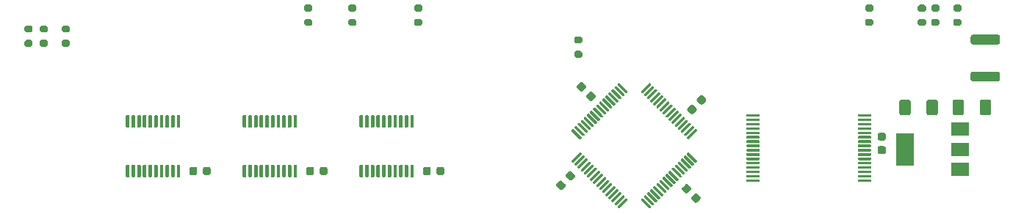
<source format=gtp>
G04 #@! TF.GenerationSoftware,KiCad,Pcbnew,6.0.11+dfsg-1~bpo11+1*
G04 #@! TF.CreationDate,2023-07-12T18:27:12+00:00*
G04 #@! TF.ProjectId,RIPPLE,52495050-4c45-42e6-9b69-6361645f7063,rev?*
G04 #@! TF.SameCoordinates,Original*
G04 #@! TF.FileFunction,Paste,Top*
G04 #@! TF.FilePolarity,Positive*
%FSLAX46Y46*%
G04 Gerber Fmt 4.6, Leading zero omitted, Abs format (unit mm)*
G04 Created by KiCad (PCBNEW 6.0.11+dfsg-1~bpo11+1) date 2023-07-12 18:27:12*
%MOMM*%
%LPD*%
G01*
G04 APERTURE LIST*
%ADD10R,2.000000X1.500000*%
%ADD11R,2.000000X3.800000*%
G04 APERTURE END LIST*
G36*
G01*
X111858400Y22042145D02*
X111858400Y23342145D01*
G75*
G02*
X112108400Y23592145I250000J0D01*
G01*
X112933400Y23592145D01*
G75*
G02*
X113183400Y23342145I0J-250000D01*
G01*
X113183400Y22042145D01*
G75*
G02*
X112933400Y21792145I-250000J0D01*
G01*
X112108400Y21792145D01*
G75*
G02*
X111858400Y22042145I0J250000D01*
G01*
G37*
G36*
G01*
X114983400Y22042145D02*
X114983400Y23342145D01*
G75*
G02*
X115233400Y23592145I250000J0D01*
G01*
X116058400Y23592145D01*
G75*
G02*
X116308400Y23342145I0J-250000D01*
G01*
X116308400Y22042145D01*
G75*
G02*
X116058400Y21792145I-250000J0D01*
G01*
X115233400Y21792145D01*
G75*
G02*
X114983400Y22042145I0J250000D01*
G01*
G37*
G36*
G01*
X48543800Y34559745D02*
X49093800Y34559745D01*
G75*
G02*
X49293800Y34359745I0J-200000D01*
G01*
X49293800Y33959745D01*
G75*
G02*
X49093800Y33759745I-200000J0D01*
G01*
X48543800Y33759745D01*
G75*
G02*
X48343800Y33959745I0J200000D01*
G01*
X48343800Y34359745D01*
G75*
G02*
X48543800Y34559745I200000J0D01*
G01*
G37*
G36*
G01*
X48543800Y32909745D02*
X49093800Y32909745D01*
G75*
G02*
X49293800Y32709745I0J-200000D01*
G01*
X49293800Y32309745D01*
G75*
G02*
X49093800Y32109745I-200000J0D01*
G01*
X48543800Y32109745D01*
G75*
G02*
X48343800Y32309745I0J200000D01*
G01*
X48343800Y32709745D01*
G75*
G02*
X48543800Y32909745I200000J0D01*
G01*
G37*
G36*
G01*
X56675972Y32109745D02*
X56125972Y32109745D01*
G75*
G02*
X55925972Y32309745I0J200000D01*
G01*
X55925972Y32709745D01*
G75*
G02*
X56125972Y32909745I200000J0D01*
G01*
X56675972Y32909745D01*
G75*
G02*
X56875972Y32709745I0J-200000D01*
G01*
X56875972Y32309745D01*
G75*
G02*
X56675972Y32109745I-200000J0D01*
G01*
G37*
G36*
G01*
X56675972Y33759745D02*
X56125972Y33759745D01*
G75*
G02*
X55925972Y33959745I0J200000D01*
G01*
X55925972Y34359745D01*
G75*
G02*
X56125972Y34559745I200000J0D01*
G01*
X56675972Y34559745D01*
G75*
G02*
X56875972Y34359745I0J-200000D01*
G01*
X56875972Y33959745D01*
G75*
G02*
X56675972Y33759745I-200000J0D01*
G01*
G37*
G36*
G01*
X56961972Y15101545D02*
X56961972Y15601545D01*
G75*
G02*
X57186972Y15826545I225000J0D01*
G01*
X57636972Y15826545D01*
G75*
G02*
X57861972Y15601545I0J-225000D01*
G01*
X57861972Y15101545D01*
G75*
G02*
X57636972Y14876545I-225000J0D01*
G01*
X57186972Y14876545D01*
G75*
G02*
X56961972Y15101545I0J225000D01*
G01*
G37*
G36*
G01*
X58511972Y15101545D02*
X58511972Y15601545D01*
G75*
G02*
X58736972Y15826545I225000J0D01*
G01*
X59186972Y15826545D01*
G75*
G02*
X59411972Y15601545I0J-225000D01*
G01*
X59411972Y15101545D01*
G75*
G02*
X59186972Y14876545I-225000J0D01*
G01*
X58736972Y14876545D01*
G75*
G02*
X58511972Y15101545I0J225000D01*
G01*
G37*
G36*
G01*
X118270800Y34559745D02*
X118820800Y34559745D01*
G75*
G02*
X119020800Y34359745I0J-200000D01*
G01*
X119020800Y33959745D01*
G75*
G02*
X118820800Y33759745I-200000J0D01*
G01*
X118270800Y33759745D01*
G75*
G02*
X118070800Y33959745I0J200000D01*
G01*
X118070800Y34359745D01*
G75*
G02*
X118270800Y34559745I200000J0D01*
G01*
G37*
G36*
G01*
X118270800Y32909745D02*
X118820800Y32909745D01*
G75*
G02*
X119020800Y32709745I0J-200000D01*
G01*
X119020800Y32309745D01*
G75*
G02*
X118820800Y32109745I-200000J0D01*
G01*
X118270800Y32109745D01*
G75*
G02*
X118070800Y32309745I0J200000D01*
G01*
X118070800Y32709745D01*
G75*
G02*
X118270800Y32909745I200000J0D01*
G01*
G37*
G36*
G01*
X15523800Y32146745D02*
X16073800Y32146745D01*
G75*
G02*
X16273800Y31946745I0J-200000D01*
G01*
X16273800Y31546745D01*
G75*
G02*
X16073800Y31346745I-200000J0D01*
G01*
X15523800Y31346745D01*
G75*
G02*
X15323800Y31546745I0J200000D01*
G01*
X15323800Y31946745D01*
G75*
G02*
X15523800Y32146745I200000J0D01*
G01*
G37*
G36*
G01*
X15523800Y30496745D02*
X16073800Y30496745D01*
G75*
G02*
X16273800Y30296745I0J-200000D01*
G01*
X16273800Y29896745D01*
G75*
G02*
X16073800Y29696745I-200000J0D01*
G01*
X15523800Y29696745D01*
G75*
G02*
X15323800Y29896745I0J200000D01*
G01*
X15323800Y30296745D01*
G75*
G02*
X15523800Y30496745I200000J0D01*
G01*
G37*
G36*
G01*
X108110800Y34559745D02*
X108660800Y34559745D01*
G75*
G02*
X108860800Y34359745I0J-200000D01*
G01*
X108860800Y33959745D01*
G75*
G02*
X108660800Y33759745I-200000J0D01*
G01*
X108110800Y33759745D01*
G75*
G02*
X107910800Y33959745I0J200000D01*
G01*
X107910800Y34359745D01*
G75*
G02*
X108110800Y34559745I200000J0D01*
G01*
G37*
G36*
G01*
X108110800Y32909745D02*
X108660800Y32909745D01*
G75*
G02*
X108860800Y32709745I0J-200000D01*
G01*
X108860800Y32309745D01*
G75*
G02*
X108660800Y32109745I-200000J0D01*
G01*
X108110800Y32109745D01*
G75*
G02*
X107910800Y32309745I0J200000D01*
G01*
X107910800Y32709745D01*
G75*
G02*
X108110800Y32909745I200000J0D01*
G01*
G37*
G36*
G01*
X28673772Y21814045D02*
X28873772Y21814045D01*
G75*
G02*
X28973772Y21714045I0J-100000D01*
G01*
X28973772Y20439045D01*
G75*
G02*
X28873772Y20339045I-100000J0D01*
G01*
X28673772Y20339045D01*
G75*
G02*
X28573772Y20439045I0J100000D01*
G01*
X28573772Y21714045D01*
G75*
G02*
X28673772Y21814045I100000J0D01*
G01*
G37*
G36*
G01*
X28023772Y21814045D02*
X28223772Y21814045D01*
G75*
G02*
X28323772Y21714045I0J-100000D01*
G01*
X28323772Y20439045D01*
G75*
G02*
X28223772Y20339045I-100000J0D01*
G01*
X28023772Y20339045D01*
G75*
G02*
X27923772Y20439045I0J100000D01*
G01*
X27923772Y21714045D01*
G75*
G02*
X28023772Y21814045I100000J0D01*
G01*
G37*
G36*
G01*
X27373772Y21814045D02*
X27573772Y21814045D01*
G75*
G02*
X27673772Y21714045I0J-100000D01*
G01*
X27673772Y20439045D01*
G75*
G02*
X27573772Y20339045I-100000J0D01*
G01*
X27373772Y20339045D01*
G75*
G02*
X27273772Y20439045I0J100000D01*
G01*
X27273772Y21714045D01*
G75*
G02*
X27373772Y21814045I100000J0D01*
G01*
G37*
G36*
G01*
X26723772Y21814045D02*
X26923772Y21814045D01*
G75*
G02*
X27023772Y21714045I0J-100000D01*
G01*
X27023772Y20439045D01*
G75*
G02*
X26923772Y20339045I-100000J0D01*
G01*
X26723772Y20339045D01*
G75*
G02*
X26623772Y20439045I0J100000D01*
G01*
X26623772Y21714045D01*
G75*
G02*
X26723772Y21814045I100000J0D01*
G01*
G37*
G36*
G01*
X26073772Y21814045D02*
X26273772Y21814045D01*
G75*
G02*
X26373772Y21714045I0J-100000D01*
G01*
X26373772Y20439045D01*
G75*
G02*
X26273772Y20339045I-100000J0D01*
G01*
X26073772Y20339045D01*
G75*
G02*
X25973772Y20439045I0J100000D01*
G01*
X25973772Y21714045D01*
G75*
G02*
X26073772Y21814045I100000J0D01*
G01*
G37*
G36*
G01*
X25423772Y21814045D02*
X25623772Y21814045D01*
G75*
G02*
X25723772Y21714045I0J-100000D01*
G01*
X25723772Y20439045D01*
G75*
G02*
X25623772Y20339045I-100000J0D01*
G01*
X25423772Y20339045D01*
G75*
G02*
X25323772Y20439045I0J100000D01*
G01*
X25323772Y21714045D01*
G75*
G02*
X25423772Y21814045I100000J0D01*
G01*
G37*
G36*
G01*
X24773772Y21814045D02*
X24973772Y21814045D01*
G75*
G02*
X25073772Y21714045I0J-100000D01*
G01*
X25073772Y20439045D01*
G75*
G02*
X24973772Y20339045I-100000J0D01*
G01*
X24773772Y20339045D01*
G75*
G02*
X24673772Y20439045I0J100000D01*
G01*
X24673772Y21714045D01*
G75*
G02*
X24773772Y21814045I100000J0D01*
G01*
G37*
G36*
G01*
X24123772Y21814045D02*
X24323772Y21814045D01*
G75*
G02*
X24423772Y21714045I0J-100000D01*
G01*
X24423772Y20439045D01*
G75*
G02*
X24323772Y20339045I-100000J0D01*
G01*
X24123772Y20339045D01*
G75*
G02*
X24023772Y20439045I0J100000D01*
G01*
X24023772Y21714045D01*
G75*
G02*
X24123772Y21814045I100000J0D01*
G01*
G37*
G36*
G01*
X23473772Y21814045D02*
X23673772Y21814045D01*
G75*
G02*
X23773772Y21714045I0J-100000D01*
G01*
X23773772Y20439045D01*
G75*
G02*
X23673772Y20339045I-100000J0D01*
G01*
X23473772Y20339045D01*
G75*
G02*
X23373772Y20439045I0J100000D01*
G01*
X23373772Y21714045D01*
G75*
G02*
X23473772Y21814045I100000J0D01*
G01*
G37*
G36*
G01*
X22823772Y21814045D02*
X23023772Y21814045D01*
G75*
G02*
X23123772Y21714045I0J-100000D01*
G01*
X23123772Y20439045D01*
G75*
G02*
X23023772Y20339045I-100000J0D01*
G01*
X22823772Y20339045D01*
G75*
G02*
X22723772Y20439045I0J100000D01*
G01*
X22723772Y21714045D01*
G75*
G02*
X22823772Y21814045I100000J0D01*
G01*
G37*
G36*
G01*
X22823772Y16089045D02*
X23023772Y16089045D01*
G75*
G02*
X23123772Y15989045I0J-100000D01*
G01*
X23123772Y14714045D01*
G75*
G02*
X23023772Y14614045I-100000J0D01*
G01*
X22823772Y14614045D01*
G75*
G02*
X22723772Y14714045I0J100000D01*
G01*
X22723772Y15989045D01*
G75*
G02*
X22823772Y16089045I100000J0D01*
G01*
G37*
G36*
G01*
X23473772Y16089045D02*
X23673772Y16089045D01*
G75*
G02*
X23773772Y15989045I0J-100000D01*
G01*
X23773772Y14714045D01*
G75*
G02*
X23673772Y14614045I-100000J0D01*
G01*
X23473772Y14614045D01*
G75*
G02*
X23373772Y14714045I0J100000D01*
G01*
X23373772Y15989045D01*
G75*
G02*
X23473772Y16089045I100000J0D01*
G01*
G37*
G36*
G01*
X24123772Y16089045D02*
X24323772Y16089045D01*
G75*
G02*
X24423772Y15989045I0J-100000D01*
G01*
X24423772Y14714045D01*
G75*
G02*
X24323772Y14614045I-100000J0D01*
G01*
X24123772Y14614045D01*
G75*
G02*
X24023772Y14714045I0J100000D01*
G01*
X24023772Y15989045D01*
G75*
G02*
X24123772Y16089045I100000J0D01*
G01*
G37*
G36*
G01*
X24773772Y16089045D02*
X24973772Y16089045D01*
G75*
G02*
X25073772Y15989045I0J-100000D01*
G01*
X25073772Y14714045D01*
G75*
G02*
X24973772Y14614045I-100000J0D01*
G01*
X24773772Y14614045D01*
G75*
G02*
X24673772Y14714045I0J100000D01*
G01*
X24673772Y15989045D01*
G75*
G02*
X24773772Y16089045I100000J0D01*
G01*
G37*
G36*
G01*
X25423772Y16089045D02*
X25623772Y16089045D01*
G75*
G02*
X25723772Y15989045I0J-100000D01*
G01*
X25723772Y14714045D01*
G75*
G02*
X25623772Y14614045I-100000J0D01*
G01*
X25423772Y14614045D01*
G75*
G02*
X25323772Y14714045I0J100000D01*
G01*
X25323772Y15989045D01*
G75*
G02*
X25423772Y16089045I100000J0D01*
G01*
G37*
G36*
G01*
X26073772Y16089045D02*
X26273772Y16089045D01*
G75*
G02*
X26373772Y15989045I0J-100000D01*
G01*
X26373772Y14714045D01*
G75*
G02*
X26273772Y14614045I-100000J0D01*
G01*
X26073772Y14614045D01*
G75*
G02*
X25973772Y14714045I0J100000D01*
G01*
X25973772Y15989045D01*
G75*
G02*
X26073772Y16089045I100000J0D01*
G01*
G37*
G36*
G01*
X26723772Y16089045D02*
X26923772Y16089045D01*
G75*
G02*
X27023772Y15989045I0J-100000D01*
G01*
X27023772Y14714045D01*
G75*
G02*
X26923772Y14614045I-100000J0D01*
G01*
X26723772Y14614045D01*
G75*
G02*
X26623772Y14714045I0J100000D01*
G01*
X26623772Y15989045D01*
G75*
G02*
X26723772Y16089045I100000J0D01*
G01*
G37*
G36*
G01*
X27373772Y16089045D02*
X27573772Y16089045D01*
G75*
G02*
X27673772Y15989045I0J-100000D01*
G01*
X27673772Y14714045D01*
G75*
G02*
X27573772Y14614045I-100000J0D01*
G01*
X27373772Y14614045D01*
G75*
G02*
X27273772Y14714045I0J100000D01*
G01*
X27273772Y15989045D01*
G75*
G02*
X27373772Y16089045I100000J0D01*
G01*
G37*
G36*
G01*
X28023772Y16089045D02*
X28223772Y16089045D01*
G75*
G02*
X28323772Y15989045I0J-100000D01*
G01*
X28323772Y14714045D01*
G75*
G02*
X28223772Y14614045I-100000J0D01*
G01*
X28023772Y14614045D01*
G75*
G02*
X27923772Y14714045I0J100000D01*
G01*
X27923772Y15989045D01*
G75*
G02*
X28023772Y16089045I100000J0D01*
G01*
G37*
G36*
G01*
X28673772Y16089045D02*
X28873772Y16089045D01*
G75*
G02*
X28973772Y15989045I0J-100000D01*
G01*
X28973772Y14714045D01*
G75*
G02*
X28873772Y14614045I-100000J0D01*
G01*
X28673772Y14614045D01*
G75*
G02*
X28573772Y14714045I0J100000D01*
G01*
X28573772Y15989045D01*
G75*
G02*
X28673772Y16089045I100000J0D01*
G01*
G37*
G36*
G01*
X115730800Y34559745D02*
X116280800Y34559745D01*
G75*
G02*
X116480800Y34359745I0J-200000D01*
G01*
X116480800Y33959745D01*
G75*
G02*
X116280800Y33759745I-200000J0D01*
G01*
X115730800Y33759745D01*
G75*
G02*
X115530800Y33959745I0J200000D01*
G01*
X115530800Y34359745D01*
G75*
G02*
X115730800Y34559745I200000J0D01*
G01*
G37*
G36*
G01*
X115730800Y32909745D02*
X116280800Y32909745D01*
G75*
G02*
X116480800Y32709745I0J-200000D01*
G01*
X116480800Y32309745D01*
G75*
G02*
X116280800Y32109745I-200000J0D01*
G01*
X115730800Y32109745D01*
G75*
G02*
X115530800Y32309745I0J200000D01*
G01*
X115530800Y32709745D01*
G75*
G02*
X115730800Y32909745I200000J0D01*
G01*
G37*
G36*
G01*
X74194271Y16345679D02*
X74088205Y16451745D01*
G75*
G02*
X74088205Y16557811I53033J53033D01*
G01*
X75025121Y17494727D01*
G75*
G02*
X75131187Y17494727I53033J-53033D01*
G01*
X75237253Y17388661D01*
G75*
G02*
X75237253Y17282595I-53033J-53033D01*
G01*
X74300337Y16345679D01*
G75*
G02*
X74194271Y16345679I-53033J53033D01*
G01*
G37*
G36*
G01*
X74547825Y15992126D02*
X74441759Y16098192D01*
G75*
G02*
X74441759Y16204258I53033J53033D01*
G01*
X75378675Y17141174D01*
G75*
G02*
X75484741Y17141174I53033J-53033D01*
G01*
X75590807Y17035108D01*
G75*
G02*
X75590807Y16929042I-53033J-53033D01*
G01*
X74653891Y15992126D01*
G75*
G02*
X74547825Y15992126I-53033J53033D01*
G01*
G37*
G36*
G01*
X74901378Y15638572D02*
X74795312Y15744638D01*
G75*
G02*
X74795312Y15850704I53033J53033D01*
G01*
X75732228Y16787620D01*
G75*
G02*
X75838294Y16787620I53033J-53033D01*
G01*
X75944360Y16681554D01*
G75*
G02*
X75944360Y16575488I-53033J-53033D01*
G01*
X75007444Y15638572D01*
G75*
G02*
X74901378Y15638572I-53033J53033D01*
G01*
G37*
G36*
G01*
X75254932Y15285019D02*
X75148866Y15391085D01*
G75*
G02*
X75148866Y15497151I53033J53033D01*
G01*
X76085782Y16434067D01*
G75*
G02*
X76191848Y16434067I53033J-53033D01*
G01*
X76297914Y16328001D01*
G75*
G02*
X76297914Y16221935I-53033J-53033D01*
G01*
X75360998Y15285019D01*
G75*
G02*
X75254932Y15285019I-53033J53033D01*
G01*
G37*
G36*
G01*
X75608485Y14931466D02*
X75502419Y15037532D01*
G75*
G02*
X75502419Y15143598I53033J53033D01*
G01*
X76439335Y16080514D01*
G75*
G02*
X76545401Y16080514I53033J-53033D01*
G01*
X76651467Y15974448D01*
G75*
G02*
X76651467Y15868382I-53033J-53033D01*
G01*
X75714551Y14931466D01*
G75*
G02*
X75608485Y14931466I-53033J53033D01*
G01*
G37*
G36*
G01*
X75962038Y14577912D02*
X75855972Y14683978D01*
G75*
G02*
X75855972Y14790044I53033J53033D01*
G01*
X76792888Y15726960D01*
G75*
G02*
X76898954Y15726960I53033J-53033D01*
G01*
X77005020Y15620894D01*
G75*
G02*
X77005020Y15514828I-53033J-53033D01*
G01*
X76068104Y14577912D01*
G75*
G02*
X75962038Y14577912I-53033J53033D01*
G01*
G37*
G36*
G01*
X76315592Y14224359D02*
X76209526Y14330425D01*
G75*
G02*
X76209526Y14436491I53033J53033D01*
G01*
X77146442Y15373407D01*
G75*
G02*
X77252508Y15373407I53033J-53033D01*
G01*
X77358574Y15267341D01*
G75*
G02*
X77358574Y15161275I-53033J-53033D01*
G01*
X76421658Y14224359D01*
G75*
G02*
X76315592Y14224359I-53033J53033D01*
G01*
G37*
G36*
G01*
X76669145Y13870806D02*
X76563079Y13976872D01*
G75*
G02*
X76563079Y14082938I53033J53033D01*
G01*
X77499995Y15019854D01*
G75*
G02*
X77606061Y15019854I53033J-53033D01*
G01*
X77712127Y14913788D01*
G75*
G02*
X77712127Y14807722I-53033J-53033D01*
G01*
X76775211Y13870806D01*
G75*
G02*
X76669145Y13870806I-53033J53033D01*
G01*
G37*
G36*
G01*
X77022699Y13517252D02*
X76916633Y13623318D01*
G75*
G02*
X76916633Y13729384I53033J53033D01*
G01*
X77853549Y14666300D01*
G75*
G02*
X77959615Y14666300I53033J-53033D01*
G01*
X78065681Y14560234D01*
G75*
G02*
X78065681Y14454168I-53033J-53033D01*
G01*
X77128765Y13517252D01*
G75*
G02*
X77022699Y13517252I-53033J53033D01*
G01*
G37*
G36*
G01*
X77376252Y13163699D02*
X77270186Y13269765D01*
G75*
G02*
X77270186Y13375831I53033J53033D01*
G01*
X78207102Y14312747D01*
G75*
G02*
X78313168Y14312747I53033J-53033D01*
G01*
X78419234Y14206681D01*
G75*
G02*
X78419234Y14100615I-53033J-53033D01*
G01*
X77482318Y13163699D01*
G75*
G02*
X77376252Y13163699I-53033J53033D01*
G01*
G37*
G36*
G01*
X77729805Y12810145D02*
X77623739Y12916211D01*
G75*
G02*
X77623739Y13022277I53033J53033D01*
G01*
X78560655Y13959193D01*
G75*
G02*
X78666721Y13959193I53033J-53033D01*
G01*
X78772787Y13853127D01*
G75*
G02*
X78772787Y13747061I-53033J-53033D01*
G01*
X77835871Y12810145D01*
G75*
G02*
X77729805Y12810145I-53033J53033D01*
G01*
G37*
G36*
G01*
X78083359Y12456592D02*
X77977293Y12562658D01*
G75*
G02*
X77977293Y12668724I53033J53033D01*
G01*
X78914209Y13605640D01*
G75*
G02*
X79020275Y13605640I53033J-53033D01*
G01*
X79126341Y13499574D01*
G75*
G02*
X79126341Y13393508I-53033J-53033D01*
G01*
X78189425Y12456592D01*
G75*
G02*
X78083359Y12456592I-53033J53033D01*
G01*
G37*
G36*
G01*
X78436912Y12103039D02*
X78330846Y12209105D01*
G75*
G02*
X78330846Y12315171I53033J53033D01*
G01*
X79267762Y13252087D01*
G75*
G02*
X79373828Y13252087I53033J-53033D01*
G01*
X79479894Y13146021D01*
G75*
G02*
X79479894Y13039955I-53033J-53033D01*
G01*
X78542978Y12103039D01*
G75*
G02*
X78436912Y12103039I-53033J53033D01*
G01*
G37*
G36*
G01*
X78790465Y11749485D02*
X78684399Y11855551D01*
G75*
G02*
X78684399Y11961617I53033J53033D01*
G01*
X79621315Y12898533D01*
G75*
G02*
X79727381Y12898533I53033J-53033D01*
G01*
X79833447Y12792467D01*
G75*
G02*
X79833447Y12686401I-53033J-53033D01*
G01*
X78896531Y11749485D01*
G75*
G02*
X78790465Y11749485I-53033J53033D01*
G01*
G37*
G36*
G01*
X79144019Y11395932D02*
X79037953Y11501998D01*
G75*
G02*
X79037953Y11608064I53033J53033D01*
G01*
X79974869Y12544980D01*
G75*
G02*
X80080935Y12544980I53033J-53033D01*
G01*
X80187001Y12438914D01*
G75*
G02*
X80187001Y12332848I-53033J-53033D01*
G01*
X79250085Y11395932D01*
G75*
G02*
X79144019Y11395932I-53033J53033D01*
G01*
G37*
G36*
G01*
X79497572Y11042378D02*
X79391506Y11148444D01*
G75*
G02*
X79391506Y11254510I53033J53033D01*
G01*
X80328422Y12191426D01*
G75*
G02*
X80434488Y12191426I53033J-53033D01*
G01*
X80540554Y12085360D01*
G75*
G02*
X80540554Y11979294I-53033J-53033D01*
G01*
X79603638Y11042378D01*
G75*
G02*
X79497572Y11042378I-53033J53033D01*
G01*
G37*
G36*
G01*
X83033106Y11042378D02*
X82096190Y11979294D01*
G75*
G02*
X82096190Y12085360I53033J53033D01*
G01*
X82202256Y12191426D01*
G75*
G02*
X82308322Y12191426I53033J-53033D01*
G01*
X83245238Y11254510D01*
G75*
G02*
X83245238Y11148444I-53033J-53033D01*
G01*
X83139172Y11042378D01*
G75*
G02*
X83033106Y11042378I-53033J53033D01*
G01*
G37*
G36*
G01*
X83386659Y11395932D02*
X82449743Y12332848D01*
G75*
G02*
X82449743Y12438914I53033J53033D01*
G01*
X82555809Y12544980D01*
G75*
G02*
X82661875Y12544980I53033J-53033D01*
G01*
X83598791Y11608064D01*
G75*
G02*
X83598791Y11501998I-53033J-53033D01*
G01*
X83492725Y11395932D01*
G75*
G02*
X83386659Y11395932I-53033J53033D01*
G01*
G37*
G36*
G01*
X83740213Y11749485D02*
X82803297Y12686401D01*
G75*
G02*
X82803297Y12792467I53033J53033D01*
G01*
X82909363Y12898533D01*
G75*
G02*
X83015429Y12898533I53033J-53033D01*
G01*
X83952345Y11961617D01*
G75*
G02*
X83952345Y11855551I-53033J-53033D01*
G01*
X83846279Y11749485D01*
G75*
G02*
X83740213Y11749485I-53033J53033D01*
G01*
G37*
G36*
G01*
X84093766Y12103039D02*
X83156850Y13039955D01*
G75*
G02*
X83156850Y13146021I53033J53033D01*
G01*
X83262916Y13252087D01*
G75*
G02*
X83368982Y13252087I53033J-53033D01*
G01*
X84305898Y12315171D01*
G75*
G02*
X84305898Y12209105I-53033J-53033D01*
G01*
X84199832Y12103039D01*
G75*
G02*
X84093766Y12103039I-53033J53033D01*
G01*
G37*
G36*
G01*
X84447319Y12456592D02*
X83510403Y13393508D01*
G75*
G02*
X83510403Y13499574I53033J53033D01*
G01*
X83616469Y13605640D01*
G75*
G02*
X83722535Y13605640I53033J-53033D01*
G01*
X84659451Y12668724D01*
G75*
G02*
X84659451Y12562658I-53033J-53033D01*
G01*
X84553385Y12456592D01*
G75*
G02*
X84447319Y12456592I-53033J53033D01*
G01*
G37*
G36*
G01*
X84800873Y12810145D02*
X83863957Y13747061D01*
G75*
G02*
X83863957Y13853127I53033J53033D01*
G01*
X83970023Y13959193D01*
G75*
G02*
X84076089Y13959193I53033J-53033D01*
G01*
X85013005Y13022277D01*
G75*
G02*
X85013005Y12916211I-53033J-53033D01*
G01*
X84906939Y12810145D01*
G75*
G02*
X84800873Y12810145I-53033J53033D01*
G01*
G37*
G36*
G01*
X85154426Y13163699D02*
X84217510Y14100615D01*
G75*
G02*
X84217510Y14206681I53033J53033D01*
G01*
X84323576Y14312747D01*
G75*
G02*
X84429642Y14312747I53033J-53033D01*
G01*
X85366558Y13375831D01*
G75*
G02*
X85366558Y13269765I-53033J-53033D01*
G01*
X85260492Y13163699D01*
G75*
G02*
X85154426Y13163699I-53033J53033D01*
G01*
G37*
G36*
G01*
X85507979Y13517252D02*
X84571063Y14454168D01*
G75*
G02*
X84571063Y14560234I53033J53033D01*
G01*
X84677129Y14666300D01*
G75*
G02*
X84783195Y14666300I53033J-53033D01*
G01*
X85720111Y13729384D01*
G75*
G02*
X85720111Y13623318I-53033J-53033D01*
G01*
X85614045Y13517252D01*
G75*
G02*
X85507979Y13517252I-53033J53033D01*
G01*
G37*
G36*
G01*
X85861533Y13870806D02*
X84924617Y14807722D01*
G75*
G02*
X84924617Y14913788I53033J53033D01*
G01*
X85030683Y15019854D01*
G75*
G02*
X85136749Y15019854I53033J-53033D01*
G01*
X86073665Y14082938D01*
G75*
G02*
X86073665Y13976872I-53033J-53033D01*
G01*
X85967599Y13870806D01*
G75*
G02*
X85861533Y13870806I-53033J53033D01*
G01*
G37*
G36*
G01*
X86215086Y14224359D02*
X85278170Y15161275D01*
G75*
G02*
X85278170Y15267341I53033J53033D01*
G01*
X85384236Y15373407D01*
G75*
G02*
X85490302Y15373407I53033J-53033D01*
G01*
X86427218Y14436491D01*
G75*
G02*
X86427218Y14330425I-53033J-53033D01*
G01*
X86321152Y14224359D01*
G75*
G02*
X86215086Y14224359I-53033J53033D01*
G01*
G37*
G36*
G01*
X86568640Y14577912D02*
X85631724Y15514828D01*
G75*
G02*
X85631724Y15620894I53033J53033D01*
G01*
X85737790Y15726960D01*
G75*
G02*
X85843856Y15726960I53033J-53033D01*
G01*
X86780772Y14790044D01*
G75*
G02*
X86780772Y14683978I-53033J-53033D01*
G01*
X86674706Y14577912D01*
G75*
G02*
X86568640Y14577912I-53033J53033D01*
G01*
G37*
G36*
G01*
X86922193Y14931466D02*
X85985277Y15868382D01*
G75*
G02*
X85985277Y15974448I53033J53033D01*
G01*
X86091343Y16080514D01*
G75*
G02*
X86197409Y16080514I53033J-53033D01*
G01*
X87134325Y15143598D01*
G75*
G02*
X87134325Y15037532I-53033J-53033D01*
G01*
X87028259Y14931466D01*
G75*
G02*
X86922193Y14931466I-53033J53033D01*
G01*
G37*
G36*
G01*
X87275746Y15285019D02*
X86338830Y16221935D01*
G75*
G02*
X86338830Y16328001I53033J53033D01*
G01*
X86444896Y16434067D01*
G75*
G02*
X86550962Y16434067I53033J-53033D01*
G01*
X87487878Y15497151D01*
G75*
G02*
X87487878Y15391085I-53033J-53033D01*
G01*
X87381812Y15285019D01*
G75*
G02*
X87275746Y15285019I-53033J53033D01*
G01*
G37*
G36*
G01*
X87629300Y15638572D02*
X86692384Y16575488D01*
G75*
G02*
X86692384Y16681554I53033J53033D01*
G01*
X86798450Y16787620D01*
G75*
G02*
X86904516Y16787620I53033J-53033D01*
G01*
X87841432Y15850704D01*
G75*
G02*
X87841432Y15744638I-53033J-53033D01*
G01*
X87735366Y15638572D01*
G75*
G02*
X87629300Y15638572I-53033J53033D01*
G01*
G37*
G36*
G01*
X87982853Y15992126D02*
X87045937Y16929042D01*
G75*
G02*
X87045937Y17035108I53033J53033D01*
G01*
X87152003Y17141174D01*
G75*
G02*
X87258069Y17141174I53033J-53033D01*
G01*
X88194985Y16204258D01*
G75*
G02*
X88194985Y16098192I-53033J-53033D01*
G01*
X88088919Y15992126D01*
G75*
G02*
X87982853Y15992126I-53033J53033D01*
G01*
G37*
G36*
G01*
X88336407Y16345679D02*
X87399491Y17282595D01*
G75*
G02*
X87399491Y17388661I53033J53033D01*
G01*
X87505557Y17494727D01*
G75*
G02*
X87611623Y17494727I53033J-53033D01*
G01*
X88548539Y16557811D01*
G75*
G02*
X88548539Y16451745I-53033J-53033D01*
G01*
X88442473Y16345679D01*
G75*
G02*
X88336407Y16345679I-53033J53033D01*
G01*
G37*
G36*
G01*
X87505557Y19050363D02*
X87399491Y19156429D01*
G75*
G02*
X87399491Y19262495I53033J53033D01*
G01*
X88336407Y20199411D01*
G75*
G02*
X88442473Y20199411I53033J-53033D01*
G01*
X88548539Y20093345D01*
G75*
G02*
X88548539Y19987279I-53033J-53033D01*
G01*
X87611623Y19050363D01*
G75*
G02*
X87505557Y19050363I-53033J53033D01*
G01*
G37*
G36*
G01*
X87152003Y19403916D02*
X87045937Y19509982D01*
G75*
G02*
X87045937Y19616048I53033J53033D01*
G01*
X87982853Y20552964D01*
G75*
G02*
X88088919Y20552964I53033J-53033D01*
G01*
X88194985Y20446898D01*
G75*
G02*
X88194985Y20340832I-53033J-53033D01*
G01*
X87258069Y19403916D01*
G75*
G02*
X87152003Y19403916I-53033J53033D01*
G01*
G37*
G36*
G01*
X86798450Y19757470D02*
X86692384Y19863536D01*
G75*
G02*
X86692384Y19969602I53033J53033D01*
G01*
X87629300Y20906518D01*
G75*
G02*
X87735366Y20906518I53033J-53033D01*
G01*
X87841432Y20800452D01*
G75*
G02*
X87841432Y20694386I-53033J-53033D01*
G01*
X86904516Y19757470D01*
G75*
G02*
X86798450Y19757470I-53033J53033D01*
G01*
G37*
G36*
G01*
X86444896Y20111023D02*
X86338830Y20217089D01*
G75*
G02*
X86338830Y20323155I53033J53033D01*
G01*
X87275746Y21260071D01*
G75*
G02*
X87381812Y21260071I53033J-53033D01*
G01*
X87487878Y21154005D01*
G75*
G02*
X87487878Y21047939I-53033J-53033D01*
G01*
X86550962Y20111023D01*
G75*
G02*
X86444896Y20111023I-53033J53033D01*
G01*
G37*
G36*
G01*
X86091343Y20464576D02*
X85985277Y20570642D01*
G75*
G02*
X85985277Y20676708I53033J53033D01*
G01*
X86922193Y21613624D01*
G75*
G02*
X87028259Y21613624I53033J-53033D01*
G01*
X87134325Y21507558D01*
G75*
G02*
X87134325Y21401492I-53033J-53033D01*
G01*
X86197409Y20464576D01*
G75*
G02*
X86091343Y20464576I-53033J53033D01*
G01*
G37*
G36*
G01*
X85737790Y20818130D02*
X85631724Y20924196D01*
G75*
G02*
X85631724Y21030262I53033J53033D01*
G01*
X86568640Y21967178D01*
G75*
G02*
X86674706Y21967178I53033J-53033D01*
G01*
X86780772Y21861112D01*
G75*
G02*
X86780772Y21755046I-53033J-53033D01*
G01*
X85843856Y20818130D01*
G75*
G02*
X85737790Y20818130I-53033J53033D01*
G01*
G37*
G36*
G01*
X85384236Y21171683D02*
X85278170Y21277749D01*
G75*
G02*
X85278170Y21383815I53033J53033D01*
G01*
X86215086Y22320731D01*
G75*
G02*
X86321152Y22320731I53033J-53033D01*
G01*
X86427218Y22214665D01*
G75*
G02*
X86427218Y22108599I-53033J-53033D01*
G01*
X85490302Y21171683D01*
G75*
G02*
X85384236Y21171683I-53033J53033D01*
G01*
G37*
G36*
G01*
X85030683Y21525236D02*
X84924617Y21631302D01*
G75*
G02*
X84924617Y21737368I53033J53033D01*
G01*
X85861533Y22674284D01*
G75*
G02*
X85967599Y22674284I53033J-53033D01*
G01*
X86073665Y22568218D01*
G75*
G02*
X86073665Y22462152I-53033J-53033D01*
G01*
X85136749Y21525236D01*
G75*
G02*
X85030683Y21525236I-53033J53033D01*
G01*
G37*
G36*
G01*
X84677129Y21878790D02*
X84571063Y21984856D01*
G75*
G02*
X84571063Y22090922I53033J53033D01*
G01*
X85507979Y23027838D01*
G75*
G02*
X85614045Y23027838I53033J-53033D01*
G01*
X85720111Y22921772D01*
G75*
G02*
X85720111Y22815706I-53033J-53033D01*
G01*
X84783195Y21878790D01*
G75*
G02*
X84677129Y21878790I-53033J53033D01*
G01*
G37*
G36*
G01*
X84323576Y22232343D02*
X84217510Y22338409D01*
G75*
G02*
X84217510Y22444475I53033J53033D01*
G01*
X85154426Y23381391D01*
G75*
G02*
X85260492Y23381391I53033J-53033D01*
G01*
X85366558Y23275325D01*
G75*
G02*
X85366558Y23169259I-53033J-53033D01*
G01*
X84429642Y22232343D01*
G75*
G02*
X84323576Y22232343I-53033J53033D01*
G01*
G37*
G36*
G01*
X83970023Y22585897D02*
X83863957Y22691963D01*
G75*
G02*
X83863957Y22798029I53033J53033D01*
G01*
X84800873Y23734945D01*
G75*
G02*
X84906939Y23734945I53033J-53033D01*
G01*
X85013005Y23628879D01*
G75*
G02*
X85013005Y23522813I-53033J-53033D01*
G01*
X84076089Y22585897D01*
G75*
G02*
X83970023Y22585897I-53033J53033D01*
G01*
G37*
G36*
G01*
X83616469Y22939450D02*
X83510403Y23045516D01*
G75*
G02*
X83510403Y23151582I53033J53033D01*
G01*
X84447319Y24088498D01*
G75*
G02*
X84553385Y24088498I53033J-53033D01*
G01*
X84659451Y23982432D01*
G75*
G02*
X84659451Y23876366I-53033J-53033D01*
G01*
X83722535Y22939450D01*
G75*
G02*
X83616469Y22939450I-53033J53033D01*
G01*
G37*
G36*
G01*
X83262916Y23293003D02*
X83156850Y23399069D01*
G75*
G02*
X83156850Y23505135I53033J53033D01*
G01*
X84093766Y24442051D01*
G75*
G02*
X84199832Y24442051I53033J-53033D01*
G01*
X84305898Y24335985D01*
G75*
G02*
X84305898Y24229919I-53033J-53033D01*
G01*
X83368982Y23293003D01*
G75*
G02*
X83262916Y23293003I-53033J53033D01*
G01*
G37*
G36*
G01*
X82909363Y23646557D02*
X82803297Y23752623D01*
G75*
G02*
X82803297Y23858689I53033J53033D01*
G01*
X83740213Y24795605D01*
G75*
G02*
X83846279Y24795605I53033J-53033D01*
G01*
X83952345Y24689539D01*
G75*
G02*
X83952345Y24583473I-53033J-53033D01*
G01*
X83015429Y23646557D01*
G75*
G02*
X82909363Y23646557I-53033J53033D01*
G01*
G37*
G36*
G01*
X82555809Y24000110D02*
X82449743Y24106176D01*
G75*
G02*
X82449743Y24212242I53033J53033D01*
G01*
X83386659Y25149158D01*
G75*
G02*
X83492725Y25149158I53033J-53033D01*
G01*
X83598791Y25043092D01*
G75*
G02*
X83598791Y24937026I-53033J-53033D01*
G01*
X82661875Y24000110D01*
G75*
G02*
X82555809Y24000110I-53033J53033D01*
G01*
G37*
G36*
G01*
X82202256Y24353664D02*
X82096190Y24459730D01*
G75*
G02*
X82096190Y24565796I53033J53033D01*
G01*
X83033106Y25502712D01*
G75*
G02*
X83139172Y25502712I53033J-53033D01*
G01*
X83245238Y25396646D01*
G75*
G02*
X83245238Y25290580I-53033J-53033D01*
G01*
X82308322Y24353664D01*
G75*
G02*
X82202256Y24353664I-53033J53033D01*
G01*
G37*
G36*
G01*
X80328422Y24353664D02*
X79391506Y25290580D01*
G75*
G02*
X79391506Y25396646I53033J53033D01*
G01*
X79497572Y25502712D01*
G75*
G02*
X79603638Y25502712I53033J-53033D01*
G01*
X80540554Y24565796D01*
G75*
G02*
X80540554Y24459730I-53033J-53033D01*
G01*
X80434488Y24353664D01*
G75*
G02*
X80328422Y24353664I-53033J53033D01*
G01*
G37*
G36*
G01*
X79974869Y24000110D02*
X79037953Y24937026D01*
G75*
G02*
X79037953Y25043092I53033J53033D01*
G01*
X79144019Y25149158D01*
G75*
G02*
X79250085Y25149158I53033J-53033D01*
G01*
X80187001Y24212242D01*
G75*
G02*
X80187001Y24106176I-53033J-53033D01*
G01*
X80080935Y24000110D01*
G75*
G02*
X79974869Y24000110I-53033J53033D01*
G01*
G37*
G36*
G01*
X79621315Y23646557D02*
X78684399Y24583473D01*
G75*
G02*
X78684399Y24689539I53033J53033D01*
G01*
X78790465Y24795605D01*
G75*
G02*
X78896531Y24795605I53033J-53033D01*
G01*
X79833447Y23858689D01*
G75*
G02*
X79833447Y23752623I-53033J-53033D01*
G01*
X79727381Y23646557D01*
G75*
G02*
X79621315Y23646557I-53033J53033D01*
G01*
G37*
G36*
G01*
X79267762Y23293003D02*
X78330846Y24229919D01*
G75*
G02*
X78330846Y24335985I53033J53033D01*
G01*
X78436912Y24442051D01*
G75*
G02*
X78542978Y24442051I53033J-53033D01*
G01*
X79479894Y23505135D01*
G75*
G02*
X79479894Y23399069I-53033J-53033D01*
G01*
X79373828Y23293003D01*
G75*
G02*
X79267762Y23293003I-53033J53033D01*
G01*
G37*
G36*
G01*
X78914209Y22939450D02*
X77977293Y23876366D01*
G75*
G02*
X77977293Y23982432I53033J53033D01*
G01*
X78083359Y24088498D01*
G75*
G02*
X78189425Y24088498I53033J-53033D01*
G01*
X79126341Y23151582D01*
G75*
G02*
X79126341Y23045516I-53033J-53033D01*
G01*
X79020275Y22939450D01*
G75*
G02*
X78914209Y22939450I-53033J53033D01*
G01*
G37*
G36*
G01*
X78560655Y22585897D02*
X77623739Y23522813D01*
G75*
G02*
X77623739Y23628879I53033J53033D01*
G01*
X77729805Y23734945D01*
G75*
G02*
X77835871Y23734945I53033J-53033D01*
G01*
X78772787Y22798029D01*
G75*
G02*
X78772787Y22691963I-53033J-53033D01*
G01*
X78666721Y22585897D01*
G75*
G02*
X78560655Y22585897I-53033J53033D01*
G01*
G37*
G36*
G01*
X78207102Y22232343D02*
X77270186Y23169259D01*
G75*
G02*
X77270186Y23275325I53033J53033D01*
G01*
X77376252Y23381391D01*
G75*
G02*
X77482318Y23381391I53033J-53033D01*
G01*
X78419234Y22444475D01*
G75*
G02*
X78419234Y22338409I-53033J-53033D01*
G01*
X78313168Y22232343D01*
G75*
G02*
X78207102Y22232343I-53033J53033D01*
G01*
G37*
G36*
G01*
X77853549Y21878790D02*
X76916633Y22815706D01*
G75*
G02*
X76916633Y22921772I53033J53033D01*
G01*
X77022699Y23027838D01*
G75*
G02*
X77128765Y23027838I53033J-53033D01*
G01*
X78065681Y22090922D01*
G75*
G02*
X78065681Y21984856I-53033J-53033D01*
G01*
X77959615Y21878790D01*
G75*
G02*
X77853549Y21878790I-53033J53033D01*
G01*
G37*
G36*
G01*
X77499995Y21525236D02*
X76563079Y22462152D01*
G75*
G02*
X76563079Y22568218I53033J53033D01*
G01*
X76669145Y22674284D01*
G75*
G02*
X76775211Y22674284I53033J-53033D01*
G01*
X77712127Y21737368D01*
G75*
G02*
X77712127Y21631302I-53033J-53033D01*
G01*
X77606061Y21525236D01*
G75*
G02*
X77499995Y21525236I-53033J53033D01*
G01*
G37*
G36*
G01*
X77146442Y21171683D02*
X76209526Y22108599D01*
G75*
G02*
X76209526Y22214665I53033J53033D01*
G01*
X76315592Y22320731D01*
G75*
G02*
X76421658Y22320731I53033J-53033D01*
G01*
X77358574Y21383815D01*
G75*
G02*
X77358574Y21277749I-53033J-53033D01*
G01*
X77252508Y21171683D01*
G75*
G02*
X77146442Y21171683I-53033J53033D01*
G01*
G37*
G36*
G01*
X76792888Y20818130D02*
X75855972Y21755046D01*
G75*
G02*
X75855972Y21861112I53033J53033D01*
G01*
X75962038Y21967178D01*
G75*
G02*
X76068104Y21967178I53033J-53033D01*
G01*
X77005020Y21030262D01*
G75*
G02*
X77005020Y20924196I-53033J-53033D01*
G01*
X76898954Y20818130D01*
G75*
G02*
X76792888Y20818130I-53033J53033D01*
G01*
G37*
G36*
G01*
X76439335Y20464576D02*
X75502419Y21401492D01*
G75*
G02*
X75502419Y21507558I53033J53033D01*
G01*
X75608485Y21613624D01*
G75*
G02*
X75714551Y21613624I53033J-53033D01*
G01*
X76651467Y20676708D01*
G75*
G02*
X76651467Y20570642I-53033J-53033D01*
G01*
X76545401Y20464576D01*
G75*
G02*
X76439335Y20464576I-53033J53033D01*
G01*
G37*
G36*
G01*
X76085782Y20111023D02*
X75148866Y21047939D01*
G75*
G02*
X75148866Y21154005I53033J53033D01*
G01*
X75254932Y21260071D01*
G75*
G02*
X75360998Y21260071I53033J-53033D01*
G01*
X76297914Y20323155D01*
G75*
G02*
X76297914Y20217089I-53033J-53033D01*
G01*
X76191848Y20111023D01*
G75*
G02*
X76085782Y20111023I-53033J53033D01*
G01*
G37*
G36*
G01*
X75732228Y19757470D02*
X74795312Y20694386D01*
G75*
G02*
X74795312Y20800452I53033J53033D01*
G01*
X74901378Y20906518D01*
G75*
G02*
X75007444Y20906518I53033J-53033D01*
G01*
X75944360Y19969602D01*
G75*
G02*
X75944360Y19863536I-53033J-53033D01*
G01*
X75838294Y19757470D01*
G75*
G02*
X75732228Y19757470I-53033J53033D01*
G01*
G37*
G36*
G01*
X75378675Y19403916D02*
X74441759Y20340832D01*
G75*
G02*
X74441759Y20446898I53033J53033D01*
G01*
X74547825Y20552964D01*
G75*
G02*
X74653891Y20552964I53033J-53033D01*
G01*
X75590807Y19616048D01*
G75*
G02*
X75590807Y19509982I-53033J-53033D01*
G01*
X75484741Y19403916D01*
G75*
G02*
X75378675Y19403916I-53033J53033D01*
G01*
G37*
G36*
G01*
X75025121Y19050363D02*
X74088205Y19987279D01*
G75*
G02*
X74088205Y20093345I53033J53033D01*
G01*
X74194271Y20199411D01*
G75*
G02*
X74300337Y20199411I53033J-53033D01*
G01*
X75237253Y19262495D01*
G75*
G02*
X75237253Y19156429I-53033J-53033D01*
G01*
X75131187Y19050363D01*
G75*
G02*
X75025121Y19050363I-53033J53033D01*
G01*
G37*
G36*
G01*
X11218116Y32146745D02*
X11768116Y32146745D01*
G75*
G02*
X11968116Y31946745I0J-200000D01*
G01*
X11968116Y31546745D01*
G75*
G02*
X11768116Y31346745I-200000J0D01*
G01*
X11218116Y31346745D01*
G75*
G02*
X11018116Y31546745I0J200000D01*
G01*
X11018116Y31946745D01*
G75*
G02*
X11218116Y32146745I200000J0D01*
G01*
G37*
G36*
G01*
X11218116Y30496745D02*
X11768116Y30496745D01*
G75*
G02*
X11968116Y30296745I0J-200000D01*
G01*
X11968116Y29896745D01*
G75*
G02*
X11768116Y29696745I-200000J0D01*
G01*
X11218116Y29696745D01*
G75*
G02*
X11018116Y29896745I0J200000D01*
G01*
X11018116Y30296745D01*
G75*
G02*
X11218116Y30496745I200000J0D01*
G01*
G37*
G36*
G01*
X74582572Y30874145D02*
X75132572Y30874145D01*
G75*
G02*
X75332572Y30674145I0J-200000D01*
G01*
X75332572Y30274145D01*
G75*
G02*
X75132572Y30074145I-200000J0D01*
G01*
X74582572Y30074145D01*
G75*
G02*
X74382572Y30274145I0J200000D01*
G01*
X74382572Y30674145D01*
G75*
G02*
X74582572Y30874145I200000J0D01*
G01*
G37*
G36*
G01*
X74582572Y29224145D02*
X75132572Y29224145D01*
G75*
G02*
X75332572Y29024145I0J-200000D01*
G01*
X75332572Y28624145D01*
G75*
G02*
X75132572Y28424145I-200000J0D01*
G01*
X74582572Y28424145D01*
G75*
G02*
X74382572Y28624145I0J200000D01*
G01*
X74382572Y29024145D01*
G75*
G02*
X74582572Y29224145I200000J0D01*
G01*
G37*
G36*
G01*
X122447172Y23342145D02*
X122447172Y22042145D01*
G75*
G02*
X122197172Y21792145I-250000J0D01*
G01*
X121372172Y21792145D01*
G75*
G02*
X121122172Y22042145I0J250000D01*
G01*
X121122172Y23342145D01*
G75*
G02*
X121372172Y23592145I250000J0D01*
G01*
X122197172Y23592145D01*
G75*
G02*
X122447172Y23342145I0J-250000D01*
G01*
G37*
G36*
G01*
X119322172Y23342145D02*
X119322172Y22042145D01*
G75*
G02*
X119072172Y21792145I-250000J0D01*
G01*
X118247172Y21792145D01*
G75*
G02*
X117997172Y22042145I0J250000D01*
G01*
X117997172Y23342145D01*
G75*
G02*
X118247172Y23592145I250000J0D01*
G01*
X119072172Y23592145D01*
G75*
G02*
X119322172Y23342145I0J-250000D01*
G01*
G37*
G36*
G01*
X114191400Y34559745D02*
X114741400Y34559745D01*
G75*
G02*
X114941400Y34359745I0J-200000D01*
G01*
X114941400Y33959745D01*
G75*
G02*
X114741400Y33759745I-200000J0D01*
G01*
X114191400Y33759745D01*
G75*
G02*
X113991400Y33959745I0J200000D01*
G01*
X113991400Y34359745D01*
G75*
G02*
X114191400Y34559745I200000J0D01*
G01*
G37*
G36*
G01*
X114191400Y32909745D02*
X114741400Y32909745D01*
G75*
G02*
X114941400Y32709745I0J-200000D01*
G01*
X114941400Y32309745D01*
G75*
G02*
X114741400Y32109745I-200000J0D01*
G01*
X114191400Y32109745D01*
G75*
G02*
X113991400Y32309745I0J200000D01*
G01*
X113991400Y32709745D01*
G75*
G02*
X114191400Y32909745I200000J0D01*
G01*
G37*
G36*
G01*
X123221572Y25707145D02*
X120321572Y25707145D01*
G75*
G02*
X120071572Y25957145I0J250000D01*
G01*
X120071572Y26582145D01*
G75*
G02*
X120321572Y26832145I250000J0D01*
G01*
X123221572Y26832145D01*
G75*
G02*
X123471572Y26582145I0J-250000D01*
G01*
X123471572Y25957145D01*
G75*
G02*
X123221572Y25707145I-250000J0D01*
G01*
G37*
G36*
G01*
X123221572Y29982145D02*
X120321572Y29982145D01*
G75*
G02*
X120071572Y30232145I0J250000D01*
G01*
X120071572Y30857145D01*
G75*
G02*
X120321572Y31107145I250000J0D01*
G01*
X123221572Y31107145D01*
G75*
G02*
X123471572Y30857145I0J-250000D01*
G01*
X123471572Y30232145D01*
G75*
G02*
X123221572Y29982145I-250000J0D01*
G01*
G37*
G36*
G01*
X42135772Y21814045D02*
X42335772Y21814045D01*
G75*
G02*
X42435772Y21714045I0J-100000D01*
G01*
X42435772Y20439045D01*
G75*
G02*
X42335772Y20339045I-100000J0D01*
G01*
X42135772Y20339045D01*
G75*
G02*
X42035772Y20439045I0J100000D01*
G01*
X42035772Y21714045D01*
G75*
G02*
X42135772Y21814045I100000J0D01*
G01*
G37*
G36*
G01*
X41485772Y21814045D02*
X41685772Y21814045D01*
G75*
G02*
X41785772Y21714045I0J-100000D01*
G01*
X41785772Y20439045D01*
G75*
G02*
X41685772Y20339045I-100000J0D01*
G01*
X41485772Y20339045D01*
G75*
G02*
X41385772Y20439045I0J100000D01*
G01*
X41385772Y21714045D01*
G75*
G02*
X41485772Y21814045I100000J0D01*
G01*
G37*
G36*
G01*
X40835772Y21814045D02*
X41035772Y21814045D01*
G75*
G02*
X41135772Y21714045I0J-100000D01*
G01*
X41135772Y20439045D01*
G75*
G02*
X41035772Y20339045I-100000J0D01*
G01*
X40835772Y20339045D01*
G75*
G02*
X40735772Y20439045I0J100000D01*
G01*
X40735772Y21714045D01*
G75*
G02*
X40835772Y21814045I100000J0D01*
G01*
G37*
G36*
G01*
X40185772Y21814045D02*
X40385772Y21814045D01*
G75*
G02*
X40485772Y21714045I0J-100000D01*
G01*
X40485772Y20439045D01*
G75*
G02*
X40385772Y20339045I-100000J0D01*
G01*
X40185772Y20339045D01*
G75*
G02*
X40085772Y20439045I0J100000D01*
G01*
X40085772Y21714045D01*
G75*
G02*
X40185772Y21814045I100000J0D01*
G01*
G37*
G36*
G01*
X39535772Y21814045D02*
X39735772Y21814045D01*
G75*
G02*
X39835772Y21714045I0J-100000D01*
G01*
X39835772Y20439045D01*
G75*
G02*
X39735772Y20339045I-100000J0D01*
G01*
X39535772Y20339045D01*
G75*
G02*
X39435772Y20439045I0J100000D01*
G01*
X39435772Y21714045D01*
G75*
G02*
X39535772Y21814045I100000J0D01*
G01*
G37*
G36*
G01*
X38885772Y21814045D02*
X39085772Y21814045D01*
G75*
G02*
X39185772Y21714045I0J-100000D01*
G01*
X39185772Y20439045D01*
G75*
G02*
X39085772Y20339045I-100000J0D01*
G01*
X38885772Y20339045D01*
G75*
G02*
X38785772Y20439045I0J100000D01*
G01*
X38785772Y21714045D01*
G75*
G02*
X38885772Y21814045I100000J0D01*
G01*
G37*
G36*
G01*
X38235772Y21814045D02*
X38435772Y21814045D01*
G75*
G02*
X38535772Y21714045I0J-100000D01*
G01*
X38535772Y20439045D01*
G75*
G02*
X38435772Y20339045I-100000J0D01*
G01*
X38235772Y20339045D01*
G75*
G02*
X38135772Y20439045I0J100000D01*
G01*
X38135772Y21714045D01*
G75*
G02*
X38235772Y21814045I100000J0D01*
G01*
G37*
G36*
G01*
X37585772Y21814045D02*
X37785772Y21814045D01*
G75*
G02*
X37885772Y21714045I0J-100000D01*
G01*
X37885772Y20439045D01*
G75*
G02*
X37785772Y20339045I-100000J0D01*
G01*
X37585772Y20339045D01*
G75*
G02*
X37485772Y20439045I0J100000D01*
G01*
X37485772Y21714045D01*
G75*
G02*
X37585772Y21814045I100000J0D01*
G01*
G37*
G36*
G01*
X36935772Y21814045D02*
X37135772Y21814045D01*
G75*
G02*
X37235772Y21714045I0J-100000D01*
G01*
X37235772Y20439045D01*
G75*
G02*
X37135772Y20339045I-100000J0D01*
G01*
X36935772Y20339045D01*
G75*
G02*
X36835772Y20439045I0J100000D01*
G01*
X36835772Y21714045D01*
G75*
G02*
X36935772Y21814045I100000J0D01*
G01*
G37*
G36*
G01*
X36285772Y21814045D02*
X36485772Y21814045D01*
G75*
G02*
X36585772Y21714045I0J-100000D01*
G01*
X36585772Y20439045D01*
G75*
G02*
X36485772Y20339045I-100000J0D01*
G01*
X36285772Y20339045D01*
G75*
G02*
X36185772Y20439045I0J100000D01*
G01*
X36185772Y21714045D01*
G75*
G02*
X36285772Y21814045I100000J0D01*
G01*
G37*
G36*
G01*
X36285772Y16089045D02*
X36485772Y16089045D01*
G75*
G02*
X36585772Y15989045I0J-100000D01*
G01*
X36585772Y14714045D01*
G75*
G02*
X36485772Y14614045I-100000J0D01*
G01*
X36285772Y14614045D01*
G75*
G02*
X36185772Y14714045I0J100000D01*
G01*
X36185772Y15989045D01*
G75*
G02*
X36285772Y16089045I100000J0D01*
G01*
G37*
G36*
G01*
X36935772Y16089045D02*
X37135772Y16089045D01*
G75*
G02*
X37235772Y15989045I0J-100000D01*
G01*
X37235772Y14714045D01*
G75*
G02*
X37135772Y14614045I-100000J0D01*
G01*
X36935772Y14614045D01*
G75*
G02*
X36835772Y14714045I0J100000D01*
G01*
X36835772Y15989045D01*
G75*
G02*
X36935772Y16089045I100000J0D01*
G01*
G37*
G36*
G01*
X37585772Y16089045D02*
X37785772Y16089045D01*
G75*
G02*
X37885772Y15989045I0J-100000D01*
G01*
X37885772Y14714045D01*
G75*
G02*
X37785772Y14614045I-100000J0D01*
G01*
X37585772Y14614045D01*
G75*
G02*
X37485772Y14714045I0J100000D01*
G01*
X37485772Y15989045D01*
G75*
G02*
X37585772Y16089045I100000J0D01*
G01*
G37*
G36*
G01*
X38235772Y16089045D02*
X38435772Y16089045D01*
G75*
G02*
X38535772Y15989045I0J-100000D01*
G01*
X38535772Y14714045D01*
G75*
G02*
X38435772Y14614045I-100000J0D01*
G01*
X38235772Y14614045D01*
G75*
G02*
X38135772Y14714045I0J100000D01*
G01*
X38135772Y15989045D01*
G75*
G02*
X38235772Y16089045I100000J0D01*
G01*
G37*
G36*
G01*
X38885772Y16089045D02*
X39085772Y16089045D01*
G75*
G02*
X39185772Y15989045I0J-100000D01*
G01*
X39185772Y14714045D01*
G75*
G02*
X39085772Y14614045I-100000J0D01*
G01*
X38885772Y14614045D01*
G75*
G02*
X38785772Y14714045I0J100000D01*
G01*
X38785772Y15989045D01*
G75*
G02*
X38885772Y16089045I100000J0D01*
G01*
G37*
G36*
G01*
X39535772Y16089045D02*
X39735772Y16089045D01*
G75*
G02*
X39835772Y15989045I0J-100000D01*
G01*
X39835772Y14714045D01*
G75*
G02*
X39735772Y14614045I-100000J0D01*
G01*
X39535772Y14614045D01*
G75*
G02*
X39435772Y14714045I0J100000D01*
G01*
X39435772Y15989045D01*
G75*
G02*
X39535772Y16089045I100000J0D01*
G01*
G37*
G36*
G01*
X40185772Y16089045D02*
X40385772Y16089045D01*
G75*
G02*
X40485772Y15989045I0J-100000D01*
G01*
X40485772Y14714045D01*
G75*
G02*
X40385772Y14614045I-100000J0D01*
G01*
X40185772Y14614045D01*
G75*
G02*
X40085772Y14714045I0J100000D01*
G01*
X40085772Y15989045D01*
G75*
G02*
X40185772Y16089045I100000J0D01*
G01*
G37*
G36*
G01*
X40835772Y16089045D02*
X41035772Y16089045D01*
G75*
G02*
X41135772Y15989045I0J-100000D01*
G01*
X41135772Y14714045D01*
G75*
G02*
X41035772Y14614045I-100000J0D01*
G01*
X40835772Y14614045D01*
G75*
G02*
X40735772Y14714045I0J100000D01*
G01*
X40735772Y15989045D01*
G75*
G02*
X40835772Y16089045I100000J0D01*
G01*
G37*
G36*
G01*
X41485772Y16089045D02*
X41685772Y16089045D01*
G75*
G02*
X41785772Y15989045I0J-100000D01*
G01*
X41785772Y14714045D01*
G75*
G02*
X41685772Y14614045I-100000J0D01*
G01*
X41485772Y14614045D01*
G75*
G02*
X41385772Y14714045I0J100000D01*
G01*
X41385772Y15989045D01*
G75*
G02*
X41485772Y16089045I100000J0D01*
G01*
G37*
G36*
G01*
X42135772Y16089045D02*
X42335772Y16089045D01*
G75*
G02*
X42435772Y15989045I0J-100000D01*
G01*
X42435772Y14714045D01*
G75*
G02*
X42335772Y14614045I-100000J0D01*
G01*
X42135772Y14614045D01*
G75*
G02*
X42035772Y14714045I0J100000D01*
G01*
X42035772Y15989045D01*
G75*
G02*
X42135772Y16089045I100000J0D01*
G01*
G37*
G36*
G01*
X43463800Y34559745D02*
X44013800Y34559745D01*
G75*
G02*
X44213800Y34359745I0J-200000D01*
G01*
X44213800Y33959745D01*
G75*
G02*
X44013800Y33759745I-200000J0D01*
G01*
X43463800Y33759745D01*
G75*
G02*
X43263800Y33959745I0J200000D01*
G01*
X43263800Y34359745D01*
G75*
G02*
X43463800Y34559745I200000J0D01*
G01*
G37*
G36*
G01*
X43463800Y32909745D02*
X44013800Y32909745D01*
G75*
G02*
X44213800Y32709745I0J-200000D01*
G01*
X44213800Y32309745D01*
G75*
G02*
X44013800Y32109745I-200000J0D01*
G01*
X43463800Y32109745D01*
G75*
G02*
X43263800Y32309745I0J200000D01*
G01*
X43263800Y32709745D01*
G75*
G02*
X43463800Y32909745I200000J0D01*
G01*
G37*
G36*
G01*
X110092000Y17318445D02*
X109592000Y17318445D01*
G75*
G02*
X109367000Y17543445I0J225000D01*
G01*
X109367000Y17993445D01*
G75*
G02*
X109592000Y18218445I225000J0D01*
G01*
X110092000Y18218445D01*
G75*
G02*
X110317000Y17993445I0J-225000D01*
G01*
X110317000Y17543445D01*
G75*
G02*
X110092000Y17318445I-225000J0D01*
G01*
G37*
G36*
G01*
X110092000Y18868445D02*
X109592000Y18868445D01*
G75*
G02*
X109367000Y19093445I0J225000D01*
G01*
X109367000Y19543445D01*
G75*
G02*
X109592000Y19768445I225000J0D01*
G01*
X110092000Y19768445D01*
G75*
G02*
X110317000Y19543445I0J-225000D01*
G01*
X110317000Y19093445D01*
G75*
G02*
X110092000Y18868445I-225000J0D01*
G01*
G37*
G36*
G01*
X12983800Y32146745D02*
X13533800Y32146745D01*
G75*
G02*
X13733800Y31946745I0J-200000D01*
G01*
X13733800Y31546745D01*
G75*
G02*
X13533800Y31346745I-200000J0D01*
G01*
X12983800Y31346745D01*
G75*
G02*
X12783800Y31546745I0J200000D01*
G01*
X12783800Y31946745D01*
G75*
G02*
X12983800Y32146745I200000J0D01*
G01*
G37*
G36*
G01*
X12983800Y30496745D02*
X13533800Y30496745D01*
G75*
G02*
X13733800Y30296745I0J-200000D01*
G01*
X13733800Y29896745D01*
G75*
G02*
X13533800Y29696745I-200000J0D01*
G01*
X12983800Y29696745D01*
G75*
G02*
X12783800Y29896745I0J200000D01*
G01*
X12783800Y30296745D01*
G75*
G02*
X12983800Y30496745I200000J0D01*
G01*
G37*
G36*
G01*
X87816300Y21973220D02*
X87462746Y22326774D01*
G75*
G02*
X87462746Y22644972I159099J159099D01*
G01*
X87780944Y22963170D01*
G75*
G02*
X88099142Y22963170I159099J-159099D01*
G01*
X88452696Y22609616D01*
G75*
G02*
X88452696Y22291418I-159099J-159099D01*
G01*
X88134498Y21973220D01*
G75*
G02*
X87816300Y21973220I-159099J159099D01*
G01*
G37*
G36*
G01*
X88912316Y23069236D02*
X88558762Y23422790D01*
G75*
G02*
X88558762Y23740988I159099J159099D01*
G01*
X88876960Y24059186D01*
G75*
G02*
X89195158Y24059186I159099J-159099D01*
G01*
X89548712Y23705632D01*
G75*
G02*
X89548712Y23387434I-159099J-159099D01*
G01*
X89230514Y23069236D01*
G75*
G02*
X88912316Y23069236I-159099J159099D01*
G01*
G37*
G36*
G01*
X108624772Y14327545D02*
X108624772Y14177545D01*
G75*
G02*
X108549772Y14102545I-75000J0D01*
G01*
X107149772Y14102545D01*
G75*
G02*
X107074772Y14177545I0J75000D01*
G01*
X107074772Y14327545D01*
G75*
G02*
X107149772Y14402545I75000J0D01*
G01*
X108549772Y14402545D01*
G75*
G02*
X108624772Y14327545I0J-75000D01*
G01*
G37*
G36*
G01*
X108624772Y14827545D02*
X108624772Y14677545D01*
G75*
G02*
X108549772Y14602545I-75000J0D01*
G01*
X107149772Y14602545D01*
G75*
G02*
X107074772Y14677545I0J75000D01*
G01*
X107074772Y14827545D01*
G75*
G02*
X107149772Y14902545I75000J0D01*
G01*
X108549772Y14902545D01*
G75*
G02*
X108624772Y14827545I0J-75000D01*
G01*
G37*
G36*
G01*
X108624772Y15327545D02*
X108624772Y15177545D01*
G75*
G02*
X108549772Y15102545I-75000J0D01*
G01*
X107149772Y15102545D01*
G75*
G02*
X107074772Y15177545I0J75000D01*
G01*
X107074772Y15327545D01*
G75*
G02*
X107149772Y15402545I75000J0D01*
G01*
X108549772Y15402545D01*
G75*
G02*
X108624772Y15327545I0J-75000D01*
G01*
G37*
G36*
G01*
X108624772Y15827545D02*
X108624772Y15677545D01*
G75*
G02*
X108549772Y15602545I-75000J0D01*
G01*
X107149772Y15602545D01*
G75*
G02*
X107074772Y15677545I0J75000D01*
G01*
X107074772Y15827545D01*
G75*
G02*
X107149772Y15902545I75000J0D01*
G01*
X108549772Y15902545D01*
G75*
G02*
X108624772Y15827545I0J-75000D01*
G01*
G37*
G36*
G01*
X108624772Y16327545D02*
X108624772Y16177545D01*
G75*
G02*
X108549772Y16102545I-75000J0D01*
G01*
X107149772Y16102545D01*
G75*
G02*
X107074772Y16177545I0J75000D01*
G01*
X107074772Y16327545D01*
G75*
G02*
X107149772Y16402545I75000J0D01*
G01*
X108549772Y16402545D01*
G75*
G02*
X108624772Y16327545I0J-75000D01*
G01*
G37*
G36*
G01*
X108624772Y16827545D02*
X108624772Y16677545D01*
G75*
G02*
X108549772Y16602545I-75000J0D01*
G01*
X107149772Y16602545D01*
G75*
G02*
X107074772Y16677545I0J75000D01*
G01*
X107074772Y16827545D01*
G75*
G02*
X107149772Y16902545I75000J0D01*
G01*
X108549772Y16902545D01*
G75*
G02*
X108624772Y16827545I0J-75000D01*
G01*
G37*
G36*
G01*
X108624772Y17327545D02*
X108624772Y17177545D01*
G75*
G02*
X108549772Y17102545I-75000J0D01*
G01*
X107149772Y17102545D01*
G75*
G02*
X107074772Y17177545I0J75000D01*
G01*
X107074772Y17327545D01*
G75*
G02*
X107149772Y17402545I75000J0D01*
G01*
X108549772Y17402545D01*
G75*
G02*
X108624772Y17327545I0J-75000D01*
G01*
G37*
G36*
G01*
X108624772Y17827545D02*
X108624772Y17677545D01*
G75*
G02*
X108549772Y17602545I-75000J0D01*
G01*
X107149772Y17602545D01*
G75*
G02*
X107074772Y17677545I0J75000D01*
G01*
X107074772Y17827545D01*
G75*
G02*
X107149772Y17902545I75000J0D01*
G01*
X108549772Y17902545D01*
G75*
G02*
X108624772Y17827545I0J-75000D01*
G01*
G37*
G36*
G01*
X108624772Y18327545D02*
X108624772Y18177545D01*
G75*
G02*
X108549772Y18102545I-75000J0D01*
G01*
X107149772Y18102545D01*
G75*
G02*
X107074772Y18177545I0J75000D01*
G01*
X107074772Y18327545D01*
G75*
G02*
X107149772Y18402545I75000J0D01*
G01*
X108549772Y18402545D01*
G75*
G02*
X108624772Y18327545I0J-75000D01*
G01*
G37*
G36*
G01*
X108624772Y18827545D02*
X108624772Y18677545D01*
G75*
G02*
X108549772Y18602545I-75000J0D01*
G01*
X107149772Y18602545D01*
G75*
G02*
X107074772Y18677545I0J75000D01*
G01*
X107074772Y18827545D01*
G75*
G02*
X107149772Y18902545I75000J0D01*
G01*
X108549772Y18902545D01*
G75*
G02*
X108624772Y18827545I0J-75000D01*
G01*
G37*
G36*
G01*
X108624772Y19327545D02*
X108624772Y19177545D01*
G75*
G02*
X108549772Y19102545I-75000J0D01*
G01*
X107149772Y19102545D01*
G75*
G02*
X107074772Y19177545I0J75000D01*
G01*
X107074772Y19327545D01*
G75*
G02*
X107149772Y19402545I75000J0D01*
G01*
X108549772Y19402545D01*
G75*
G02*
X108624772Y19327545I0J-75000D01*
G01*
G37*
G36*
G01*
X108624772Y19827545D02*
X108624772Y19677545D01*
G75*
G02*
X108549772Y19602545I-75000J0D01*
G01*
X107149772Y19602545D01*
G75*
G02*
X107074772Y19677545I0J75000D01*
G01*
X107074772Y19827545D01*
G75*
G02*
X107149772Y19902545I75000J0D01*
G01*
X108549772Y19902545D01*
G75*
G02*
X108624772Y19827545I0J-75000D01*
G01*
G37*
G36*
G01*
X108624772Y20327545D02*
X108624772Y20177545D01*
G75*
G02*
X108549772Y20102545I-75000J0D01*
G01*
X107149772Y20102545D01*
G75*
G02*
X107074772Y20177545I0J75000D01*
G01*
X107074772Y20327545D01*
G75*
G02*
X107149772Y20402545I75000J0D01*
G01*
X108549772Y20402545D01*
G75*
G02*
X108624772Y20327545I0J-75000D01*
G01*
G37*
G36*
G01*
X108624772Y20827545D02*
X108624772Y20677545D01*
G75*
G02*
X108549772Y20602545I-75000J0D01*
G01*
X107149772Y20602545D01*
G75*
G02*
X107074772Y20677545I0J75000D01*
G01*
X107074772Y20827545D01*
G75*
G02*
X107149772Y20902545I75000J0D01*
G01*
X108549772Y20902545D01*
G75*
G02*
X108624772Y20827545I0J-75000D01*
G01*
G37*
G36*
G01*
X108624772Y21327545D02*
X108624772Y21177545D01*
G75*
G02*
X108549772Y21102545I-75000J0D01*
G01*
X107149772Y21102545D01*
G75*
G02*
X107074772Y21177545I0J75000D01*
G01*
X107074772Y21327545D01*
G75*
G02*
X107149772Y21402545I75000J0D01*
G01*
X108549772Y21402545D01*
G75*
G02*
X108624772Y21327545I0J-75000D01*
G01*
G37*
G36*
G01*
X108624772Y21827545D02*
X108624772Y21677545D01*
G75*
G02*
X108549772Y21602545I-75000J0D01*
G01*
X107149772Y21602545D01*
G75*
G02*
X107074772Y21677545I0J75000D01*
G01*
X107074772Y21827545D01*
G75*
G02*
X107149772Y21902545I75000J0D01*
G01*
X108549772Y21902545D01*
G75*
G02*
X108624772Y21827545I0J-75000D01*
G01*
G37*
G36*
G01*
X95774772Y21827545D02*
X95774772Y21677545D01*
G75*
G02*
X95699772Y21602545I-75000J0D01*
G01*
X94299772Y21602545D01*
G75*
G02*
X94224772Y21677545I0J75000D01*
G01*
X94224772Y21827545D01*
G75*
G02*
X94299772Y21902545I75000J0D01*
G01*
X95699772Y21902545D01*
G75*
G02*
X95774772Y21827545I0J-75000D01*
G01*
G37*
G36*
G01*
X95774772Y21327545D02*
X95774772Y21177545D01*
G75*
G02*
X95699772Y21102545I-75000J0D01*
G01*
X94299772Y21102545D01*
G75*
G02*
X94224772Y21177545I0J75000D01*
G01*
X94224772Y21327545D01*
G75*
G02*
X94299772Y21402545I75000J0D01*
G01*
X95699772Y21402545D01*
G75*
G02*
X95774772Y21327545I0J-75000D01*
G01*
G37*
G36*
G01*
X95774772Y20827545D02*
X95774772Y20677545D01*
G75*
G02*
X95699772Y20602545I-75000J0D01*
G01*
X94299772Y20602545D01*
G75*
G02*
X94224772Y20677545I0J75000D01*
G01*
X94224772Y20827545D01*
G75*
G02*
X94299772Y20902545I75000J0D01*
G01*
X95699772Y20902545D01*
G75*
G02*
X95774772Y20827545I0J-75000D01*
G01*
G37*
G36*
G01*
X95774772Y20327545D02*
X95774772Y20177545D01*
G75*
G02*
X95699772Y20102545I-75000J0D01*
G01*
X94299772Y20102545D01*
G75*
G02*
X94224772Y20177545I0J75000D01*
G01*
X94224772Y20327545D01*
G75*
G02*
X94299772Y20402545I75000J0D01*
G01*
X95699772Y20402545D01*
G75*
G02*
X95774772Y20327545I0J-75000D01*
G01*
G37*
G36*
G01*
X95774772Y19827545D02*
X95774772Y19677545D01*
G75*
G02*
X95699772Y19602545I-75000J0D01*
G01*
X94299772Y19602545D01*
G75*
G02*
X94224772Y19677545I0J75000D01*
G01*
X94224772Y19827545D01*
G75*
G02*
X94299772Y19902545I75000J0D01*
G01*
X95699772Y19902545D01*
G75*
G02*
X95774772Y19827545I0J-75000D01*
G01*
G37*
G36*
G01*
X95774772Y19327545D02*
X95774772Y19177545D01*
G75*
G02*
X95699772Y19102545I-75000J0D01*
G01*
X94299772Y19102545D01*
G75*
G02*
X94224772Y19177545I0J75000D01*
G01*
X94224772Y19327545D01*
G75*
G02*
X94299772Y19402545I75000J0D01*
G01*
X95699772Y19402545D01*
G75*
G02*
X95774772Y19327545I0J-75000D01*
G01*
G37*
G36*
G01*
X95774772Y18827545D02*
X95774772Y18677545D01*
G75*
G02*
X95699772Y18602545I-75000J0D01*
G01*
X94299772Y18602545D01*
G75*
G02*
X94224772Y18677545I0J75000D01*
G01*
X94224772Y18827545D01*
G75*
G02*
X94299772Y18902545I75000J0D01*
G01*
X95699772Y18902545D01*
G75*
G02*
X95774772Y18827545I0J-75000D01*
G01*
G37*
G36*
G01*
X95774772Y18327545D02*
X95774772Y18177545D01*
G75*
G02*
X95699772Y18102545I-75000J0D01*
G01*
X94299772Y18102545D01*
G75*
G02*
X94224772Y18177545I0J75000D01*
G01*
X94224772Y18327545D01*
G75*
G02*
X94299772Y18402545I75000J0D01*
G01*
X95699772Y18402545D01*
G75*
G02*
X95774772Y18327545I0J-75000D01*
G01*
G37*
G36*
G01*
X95774772Y17827545D02*
X95774772Y17677545D01*
G75*
G02*
X95699772Y17602545I-75000J0D01*
G01*
X94299772Y17602545D01*
G75*
G02*
X94224772Y17677545I0J75000D01*
G01*
X94224772Y17827545D01*
G75*
G02*
X94299772Y17902545I75000J0D01*
G01*
X95699772Y17902545D01*
G75*
G02*
X95774772Y17827545I0J-75000D01*
G01*
G37*
G36*
G01*
X95774772Y17327545D02*
X95774772Y17177545D01*
G75*
G02*
X95699772Y17102545I-75000J0D01*
G01*
X94299772Y17102545D01*
G75*
G02*
X94224772Y17177545I0J75000D01*
G01*
X94224772Y17327545D01*
G75*
G02*
X94299772Y17402545I75000J0D01*
G01*
X95699772Y17402545D01*
G75*
G02*
X95774772Y17327545I0J-75000D01*
G01*
G37*
G36*
G01*
X95774772Y16827545D02*
X95774772Y16677545D01*
G75*
G02*
X95699772Y16602545I-75000J0D01*
G01*
X94299772Y16602545D01*
G75*
G02*
X94224772Y16677545I0J75000D01*
G01*
X94224772Y16827545D01*
G75*
G02*
X94299772Y16902545I75000J0D01*
G01*
X95699772Y16902545D01*
G75*
G02*
X95774772Y16827545I0J-75000D01*
G01*
G37*
G36*
G01*
X95774772Y16327545D02*
X95774772Y16177545D01*
G75*
G02*
X95699772Y16102545I-75000J0D01*
G01*
X94299772Y16102545D01*
G75*
G02*
X94224772Y16177545I0J75000D01*
G01*
X94224772Y16327545D01*
G75*
G02*
X94299772Y16402545I75000J0D01*
G01*
X95699772Y16402545D01*
G75*
G02*
X95774772Y16327545I0J-75000D01*
G01*
G37*
G36*
G01*
X95774772Y15827545D02*
X95774772Y15677545D01*
G75*
G02*
X95699772Y15602545I-75000J0D01*
G01*
X94299772Y15602545D01*
G75*
G02*
X94224772Y15677545I0J75000D01*
G01*
X94224772Y15827545D01*
G75*
G02*
X94299772Y15902545I75000J0D01*
G01*
X95699772Y15902545D01*
G75*
G02*
X95774772Y15827545I0J-75000D01*
G01*
G37*
G36*
G01*
X95774772Y15327545D02*
X95774772Y15177545D01*
G75*
G02*
X95699772Y15102545I-75000J0D01*
G01*
X94299772Y15102545D01*
G75*
G02*
X94224772Y15177545I0J75000D01*
G01*
X94224772Y15327545D01*
G75*
G02*
X94299772Y15402545I75000J0D01*
G01*
X95699772Y15402545D01*
G75*
G02*
X95774772Y15327545I0J-75000D01*
G01*
G37*
G36*
G01*
X95774772Y14827545D02*
X95774772Y14677545D01*
G75*
G02*
X95699772Y14602545I-75000J0D01*
G01*
X94299772Y14602545D01*
G75*
G02*
X94224772Y14677545I0J75000D01*
G01*
X94224772Y14827545D01*
G75*
G02*
X94299772Y14902545I75000J0D01*
G01*
X95699772Y14902545D01*
G75*
G02*
X95774772Y14827545I0J-75000D01*
G01*
G37*
G36*
G01*
X95774772Y14327545D02*
X95774772Y14177545D01*
G75*
G02*
X95699772Y14102545I-75000J0D01*
G01*
X94299772Y14102545D01*
G75*
G02*
X94224772Y14177545I0J75000D01*
G01*
X94224772Y14327545D01*
G75*
G02*
X94299772Y14402545I75000J0D01*
G01*
X95699772Y14402545D01*
G75*
G02*
X95774772Y14327545I0J-75000D01*
G01*
G37*
D10*
X118834000Y15566145D03*
D11*
X112534000Y17866145D03*
D10*
X118834000Y17866145D03*
X118834000Y20166145D03*
G36*
G01*
X76818355Y23831516D02*
X76464801Y23477962D01*
G75*
G02*
X76146603Y23477962I-159099J159099D01*
G01*
X75828405Y23796160D01*
G75*
G02*
X75828405Y24114358I159099J159099D01*
G01*
X76181959Y24467912D01*
G75*
G02*
X76500157Y24467912I159099J-159099D01*
G01*
X76818355Y24149714D01*
G75*
G02*
X76818355Y23831516I-159099J-159099D01*
G01*
G37*
G36*
G01*
X75722339Y24927532D02*
X75368785Y24573978D01*
G75*
G02*
X75050587Y24573978I-159099J159099D01*
G01*
X74732389Y24892176D01*
G75*
G02*
X74732389Y25210374I159099J159099D01*
G01*
X75085943Y25563928D01*
G75*
G02*
X75404141Y25563928I159099J-159099D01*
G01*
X75722339Y25245730D01*
G75*
G02*
X75722339Y24927532I-159099J-159099D01*
G01*
G37*
G36*
G01*
X30037972Y15101545D02*
X30037972Y15601545D01*
G75*
G02*
X30262972Y15826545I225000J0D01*
G01*
X30712972Y15826545D01*
G75*
G02*
X30937972Y15601545I0J-225000D01*
G01*
X30937972Y15101545D01*
G75*
G02*
X30712972Y14876545I-225000J0D01*
G01*
X30262972Y14876545D01*
G75*
G02*
X30037972Y15101545I0J225000D01*
G01*
G37*
G36*
G01*
X31587972Y15101545D02*
X31587972Y15601545D01*
G75*
G02*
X31812972Y15826545I225000J0D01*
G01*
X32262972Y15826545D01*
G75*
G02*
X32487972Y15601545I0J-225000D01*
G01*
X32487972Y15101545D01*
G75*
G02*
X32262972Y14876545I-225000J0D01*
G01*
X31812972Y14876545D01*
G75*
G02*
X31587972Y15101545I0J225000D01*
G01*
G37*
G36*
G01*
X55597772Y21814045D02*
X55797772Y21814045D01*
G75*
G02*
X55897772Y21714045I0J-100000D01*
G01*
X55897772Y20439045D01*
G75*
G02*
X55797772Y20339045I-100000J0D01*
G01*
X55597772Y20339045D01*
G75*
G02*
X55497772Y20439045I0J100000D01*
G01*
X55497772Y21714045D01*
G75*
G02*
X55597772Y21814045I100000J0D01*
G01*
G37*
G36*
G01*
X54947772Y21814045D02*
X55147772Y21814045D01*
G75*
G02*
X55247772Y21714045I0J-100000D01*
G01*
X55247772Y20439045D01*
G75*
G02*
X55147772Y20339045I-100000J0D01*
G01*
X54947772Y20339045D01*
G75*
G02*
X54847772Y20439045I0J100000D01*
G01*
X54847772Y21714045D01*
G75*
G02*
X54947772Y21814045I100000J0D01*
G01*
G37*
G36*
G01*
X54297772Y21814045D02*
X54497772Y21814045D01*
G75*
G02*
X54597772Y21714045I0J-100000D01*
G01*
X54597772Y20439045D01*
G75*
G02*
X54497772Y20339045I-100000J0D01*
G01*
X54297772Y20339045D01*
G75*
G02*
X54197772Y20439045I0J100000D01*
G01*
X54197772Y21714045D01*
G75*
G02*
X54297772Y21814045I100000J0D01*
G01*
G37*
G36*
G01*
X53647772Y21814045D02*
X53847772Y21814045D01*
G75*
G02*
X53947772Y21714045I0J-100000D01*
G01*
X53947772Y20439045D01*
G75*
G02*
X53847772Y20339045I-100000J0D01*
G01*
X53647772Y20339045D01*
G75*
G02*
X53547772Y20439045I0J100000D01*
G01*
X53547772Y21714045D01*
G75*
G02*
X53647772Y21814045I100000J0D01*
G01*
G37*
G36*
G01*
X52997772Y21814045D02*
X53197772Y21814045D01*
G75*
G02*
X53297772Y21714045I0J-100000D01*
G01*
X53297772Y20439045D01*
G75*
G02*
X53197772Y20339045I-100000J0D01*
G01*
X52997772Y20339045D01*
G75*
G02*
X52897772Y20439045I0J100000D01*
G01*
X52897772Y21714045D01*
G75*
G02*
X52997772Y21814045I100000J0D01*
G01*
G37*
G36*
G01*
X52347772Y21814045D02*
X52547772Y21814045D01*
G75*
G02*
X52647772Y21714045I0J-100000D01*
G01*
X52647772Y20439045D01*
G75*
G02*
X52547772Y20339045I-100000J0D01*
G01*
X52347772Y20339045D01*
G75*
G02*
X52247772Y20439045I0J100000D01*
G01*
X52247772Y21714045D01*
G75*
G02*
X52347772Y21814045I100000J0D01*
G01*
G37*
G36*
G01*
X51697772Y21814045D02*
X51897772Y21814045D01*
G75*
G02*
X51997772Y21714045I0J-100000D01*
G01*
X51997772Y20439045D01*
G75*
G02*
X51897772Y20339045I-100000J0D01*
G01*
X51697772Y20339045D01*
G75*
G02*
X51597772Y20439045I0J100000D01*
G01*
X51597772Y21714045D01*
G75*
G02*
X51697772Y21814045I100000J0D01*
G01*
G37*
G36*
G01*
X51047772Y21814045D02*
X51247772Y21814045D01*
G75*
G02*
X51347772Y21714045I0J-100000D01*
G01*
X51347772Y20439045D01*
G75*
G02*
X51247772Y20339045I-100000J0D01*
G01*
X51047772Y20339045D01*
G75*
G02*
X50947772Y20439045I0J100000D01*
G01*
X50947772Y21714045D01*
G75*
G02*
X51047772Y21814045I100000J0D01*
G01*
G37*
G36*
G01*
X50397772Y21814045D02*
X50597772Y21814045D01*
G75*
G02*
X50697772Y21714045I0J-100000D01*
G01*
X50697772Y20439045D01*
G75*
G02*
X50597772Y20339045I-100000J0D01*
G01*
X50397772Y20339045D01*
G75*
G02*
X50297772Y20439045I0J100000D01*
G01*
X50297772Y21714045D01*
G75*
G02*
X50397772Y21814045I100000J0D01*
G01*
G37*
G36*
G01*
X49747772Y21814045D02*
X49947772Y21814045D01*
G75*
G02*
X50047772Y21714045I0J-100000D01*
G01*
X50047772Y20439045D01*
G75*
G02*
X49947772Y20339045I-100000J0D01*
G01*
X49747772Y20339045D01*
G75*
G02*
X49647772Y20439045I0J100000D01*
G01*
X49647772Y21714045D01*
G75*
G02*
X49747772Y21814045I100000J0D01*
G01*
G37*
G36*
G01*
X49747772Y16089045D02*
X49947772Y16089045D01*
G75*
G02*
X50047772Y15989045I0J-100000D01*
G01*
X50047772Y14714045D01*
G75*
G02*
X49947772Y14614045I-100000J0D01*
G01*
X49747772Y14614045D01*
G75*
G02*
X49647772Y14714045I0J100000D01*
G01*
X49647772Y15989045D01*
G75*
G02*
X49747772Y16089045I100000J0D01*
G01*
G37*
G36*
G01*
X50397772Y16089045D02*
X50597772Y16089045D01*
G75*
G02*
X50697772Y15989045I0J-100000D01*
G01*
X50697772Y14714045D01*
G75*
G02*
X50597772Y14614045I-100000J0D01*
G01*
X50397772Y14614045D01*
G75*
G02*
X50297772Y14714045I0J100000D01*
G01*
X50297772Y15989045D01*
G75*
G02*
X50397772Y16089045I100000J0D01*
G01*
G37*
G36*
G01*
X51047772Y16089045D02*
X51247772Y16089045D01*
G75*
G02*
X51347772Y15989045I0J-100000D01*
G01*
X51347772Y14714045D01*
G75*
G02*
X51247772Y14614045I-100000J0D01*
G01*
X51047772Y14614045D01*
G75*
G02*
X50947772Y14714045I0J100000D01*
G01*
X50947772Y15989045D01*
G75*
G02*
X51047772Y16089045I100000J0D01*
G01*
G37*
G36*
G01*
X51697772Y16089045D02*
X51897772Y16089045D01*
G75*
G02*
X51997772Y15989045I0J-100000D01*
G01*
X51997772Y14714045D01*
G75*
G02*
X51897772Y14614045I-100000J0D01*
G01*
X51697772Y14614045D01*
G75*
G02*
X51597772Y14714045I0J100000D01*
G01*
X51597772Y15989045D01*
G75*
G02*
X51697772Y16089045I100000J0D01*
G01*
G37*
G36*
G01*
X52347772Y16089045D02*
X52547772Y16089045D01*
G75*
G02*
X52647772Y15989045I0J-100000D01*
G01*
X52647772Y14714045D01*
G75*
G02*
X52547772Y14614045I-100000J0D01*
G01*
X52347772Y14614045D01*
G75*
G02*
X52247772Y14714045I0J100000D01*
G01*
X52247772Y15989045D01*
G75*
G02*
X52347772Y16089045I100000J0D01*
G01*
G37*
G36*
G01*
X52997772Y16089045D02*
X53197772Y16089045D01*
G75*
G02*
X53297772Y15989045I0J-100000D01*
G01*
X53297772Y14714045D01*
G75*
G02*
X53197772Y14614045I-100000J0D01*
G01*
X52997772Y14614045D01*
G75*
G02*
X52897772Y14714045I0J100000D01*
G01*
X52897772Y15989045D01*
G75*
G02*
X52997772Y16089045I100000J0D01*
G01*
G37*
G36*
G01*
X53647772Y16089045D02*
X53847772Y16089045D01*
G75*
G02*
X53947772Y15989045I0J-100000D01*
G01*
X53947772Y14714045D01*
G75*
G02*
X53847772Y14614045I-100000J0D01*
G01*
X53647772Y14614045D01*
G75*
G02*
X53547772Y14714045I0J100000D01*
G01*
X53547772Y15989045D01*
G75*
G02*
X53647772Y16089045I100000J0D01*
G01*
G37*
G36*
G01*
X54297772Y16089045D02*
X54497772Y16089045D01*
G75*
G02*
X54597772Y15989045I0J-100000D01*
G01*
X54597772Y14714045D01*
G75*
G02*
X54497772Y14614045I-100000J0D01*
G01*
X54297772Y14614045D01*
G75*
G02*
X54197772Y14714045I0J100000D01*
G01*
X54197772Y15989045D01*
G75*
G02*
X54297772Y16089045I100000J0D01*
G01*
G37*
G36*
G01*
X54947772Y16089045D02*
X55147772Y16089045D01*
G75*
G02*
X55247772Y15989045I0J-100000D01*
G01*
X55247772Y14714045D01*
G75*
G02*
X55147772Y14614045I-100000J0D01*
G01*
X54947772Y14614045D01*
G75*
G02*
X54847772Y14714045I0J100000D01*
G01*
X54847772Y15989045D01*
G75*
G02*
X54947772Y16089045I100000J0D01*
G01*
G37*
G36*
G01*
X55597772Y16089045D02*
X55797772Y16089045D01*
G75*
G02*
X55897772Y15989045I0J-100000D01*
G01*
X55897772Y14714045D01*
G75*
G02*
X55797772Y14614045I-100000J0D01*
G01*
X55597772Y14614045D01*
G75*
G02*
X55497772Y14714045I0J100000D01*
G01*
X55497772Y15989045D01*
G75*
G02*
X55597772Y16089045I100000J0D01*
G01*
G37*
G36*
G01*
X74089139Y15289206D02*
X74442693Y14935652D01*
G75*
G02*
X74442693Y14617454I-159099J-159099D01*
G01*
X74124495Y14299256D01*
G75*
G02*
X73806297Y14299256I-159099J159099D01*
G01*
X73452743Y14652810D01*
G75*
G02*
X73452743Y14971008I159099J159099D01*
G01*
X73770941Y15289206D01*
G75*
G02*
X74089139Y15289206I159099J-159099D01*
G01*
G37*
G36*
G01*
X72993123Y14193190D02*
X73346677Y13839636D01*
G75*
G02*
X73346677Y13521438I-159099J-159099D01*
G01*
X73028479Y13203240D01*
G75*
G02*
X72710281Y13203240I-159099J159099D01*
G01*
X72356727Y13556794D01*
G75*
G02*
X72356727Y13874992I159099J159099D01*
G01*
X72674925Y14193190D01*
G75*
G02*
X72993123Y14193190I159099J-159099D01*
G01*
G37*
G36*
G01*
X86827746Y13456312D02*
X87181300Y13809866D01*
G75*
G02*
X87499498Y13809866I159099J-159099D01*
G01*
X87817696Y13491668D01*
G75*
G02*
X87817696Y13173470I-159099J-159099D01*
G01*
X87464142Y12819916D01*
G75*
G02*
X87145944Y12819916I-159099J159099D01*
G01*
X86827746Y13138114D01*
G75*
G02*
X86827746Y13456312I159099J159099D01*
G01*
G37*
G36*
G01*
X87923762Y12360296D02*
X88277316Y12713850D01*
G75*
G02*
X88595514Y12713850I159099J-159099D01*
G01*
X88913712Y12395652D01*
G75*
G02*
X88913712Y12077454I-159099J-159099D01*
G01*
X88560158Y11723900D01*
G75*
G02*
X88241960Y11723900I-159099J159099D01*
G01*
X87923762Y12042098D01*
G75*
G02*
X87923762Y12360296I159099J159099D01*
G01*
G37*
G36*
G01*
X43499972Y15101545D02*
X43499972Y15601545D01*
G75*
G02*
X43724972Y15826545I225000J0D01*
G01*
X44174972Y15826545D01*
G75*
G02*
X44399972Y15601545I0J-225000D01*
G01*
X44399972Y15101545D01*
G75*
G02*
X44174972Y14876545I-225000J0D01*
G01*
X43724972Y14876545D01*
G75*
G02*
X43499972Y15101545I0J225000D01*
G01*
G37*
G36*
G01*
X45049972Y15101545D02*
X45049972Y15601545D01*
G75*
G02*
X45274972Y15826545I225000J0D01*
G01*
X45724972Y15826545D01*
G75*
G02*
X45949972Y15601545I0J-225000D01*
G01*
X45949972Y15101545D01*
G75*
G02*
X45724972Y14876545I-225000J0D01*
G01*
X45274972Y14876545D01*
G75*
G02*
X45049972Y15101545I0J225000D01*
G01*
G37*
M02*

</source>
